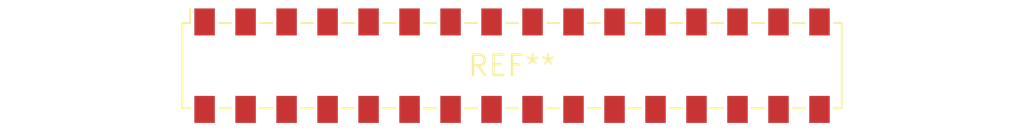
<source format=kicad_pcb>
(kicad_pcb (version 20240108) (generator pcbnew)
  (layers (0 "F.Cu" signal) (31 "B.Cu" signal) (34 "B.Paste" user) (35 "F.Paste" user) (36 "B.SilkS" user "B.Silkscreen") (37 "F.SilkS" user "F.Silkscreen") (38 "B.Mask" user) (39 "F.Mask" user) (44 "Edge.Cuts" user))
  (net 0 "")
  (footprint "Samtec_HLE-116-02-xxx-DV-BE-LC_2x16_P2.54mm_Horizontal" (layer "F.Cu") (at 0 0)
    (property "Reference" "REF**")
    (property "Value" "Samtec_HLE-116-02-xxx-DV-BE-LC_2x16_P2.54mm_Horizontal")
    (fp_line (start -20.43 -2.65) (end -20.43 2.65) (layer "F.SilkS") (stroke (width 0.12)))
    (fp_line (start -20.43 2.65) (end -19.945 2.65) (layer "F.SilkS") (stroke (width 0.12)))
    (fp_line (start -19.945 -3.56) (end -19.945 -2.65) (layer "F.SilkS") (stroke (width 0.12)))
    (fp_line (start -19.945 -2.65) (end -20.43 -2.65) (layer "F.SilkS") (stroke (width 0.12)))
    (fp_line (start -18.155 -2.65) (end -17.405 -2.65) (layer "F.SilkS") (stroke (width 0.12)))
    (fp_line (start -18.155 2.65) (end -17.405 2.65) (layer "F.SilkS") (stroke (width 0.12)))
    (fp_line (start -15.615 -2.65) (end -14.865 -2.65) (layer "F.SilkS") (stroke (width 0.12)))
    (fp_line (start -15.615 2.65) (end -14.865 2.65) (layer "F.SilkS") (stroke (width 0.12)))
    (fp_line (start -13.075 -2.65) (end -12.325 -2.65) (layer "F.SilkS") (stroke (width 0.12)))
    (fp_line (start -13.075 2.65) (end -12.325 2.65) (layer "F.SilkS") (stroke (width 0.12)))
    (fp_line (start -10.535 -2.65) (end -9.785 -2.65) (layer "F.SilkS") (stroke (width 0.12)))
    (fp_line (start -10.535 2.65) (end -9.785 2.65) (layer "F.SilkS") (stroke (width 0.12)))
    (fp_line (start -7.995 -2.65) (end -7.245 -2.65) (layer "F.SilkS") (stroke (width 0.12)))
    (fp_line (start -7.995 2.65) (end -7.245 2.65) (layer "F.SilkS") (stroke (width 0.12)))
    (fp_line (start -5.455 -2.65) (end -4.705 -2.65) (layer "F.SilkS") (stroke (width 0.12)))
    (fp_line (start -5.455 2.65) (end -4.705 2.65) (layer "F.SilkS") (stroke (width 0.12)))
    (fp_line (start -2.915 -2.65) (end -2.165 -2.65) (layer "F.SilkS") (stroke (width 0.12)))
    (fp_line (start -2.915 2.65) (end -2.165 2.65) (layer "F.SilkS") (stroke (width 0.12)))
    (fp_line (start -0.375 -2.65) (end 0.375 -2.65) (layer "F.SilkS") (stroke (width 0.12)))
    (fp_line (start -0.375 2.65) (end 0.375 2.65) (layer "F.SilkS") (stroke (width 0.12)))
    (fp_line (start 2.165 -2.65) (end 2.915 -2.65) (layer "F.SilkS") (stroke (width 0.12)))
    (fp_line (start 2.165 2.65) (end 2.915 2.65) (layer "F.SilkS") (stroke (width 0.12)))
    (fp_line (start 4.705 -2.65) (end 5.455 -2.65) (layer "F.SilkS") (stroke (width 0.12)))
    (fp_line (start 4.705 2.65) (end 5.455 2.65) (layer "F.SilkS") (stroke (width 0.12)))
    (fp_line (start 7.245 -2.65) (end 7.995 -2.65) (layer "F.SilkS") (stroke (width 0.12)))
    (fp_line (start 7.245 2.65) (end 7.995 2.65) (layer "F.SilkS") (stroke (width 0.12)))
    (fp_line (start 9.785 -2.65) (end 10.535 -2.65) (layer "F.SilkS") (stroke (width 0.12)))
    (fp_line (start 9.785 2.65) (end 10.535 2.65) (layer "F.SilkS") (stroke (width 0.12)))
    (fp_line (start 12.325 -2.65) (end 13.075 -2.65) (layer "F.SilkS") (stroke (width 0.12)))
    (fp_line (start 12.325 2.65) (end 13.075 2.65) (layer "F.SilkS") (stroke (width 0.12)))
    (fp_line (start 14.865 -2.65) (end 15.615 -2.65) (layer "F.SilkS") (stroke (width 0.12)))
    (fp_line (start 14.865 2.65) (end 15.615 2.65) (layer "F.SilkS") (stroke (width 0.12)))
    (fp_line (start 17.405 -2.65) (end 18.155 -2.65) (layer "F.SilkS") (stroke (width 0.12)))
    (fp_line (start 17.405 2.65) (end 18.155 2.65) (layer "F.SilkS") (stroke (width 0.12)))
    (fp_line (start 19.945 -2.65) (end 20.43 -2.65) (layer "F.SilkS") (stroke (width 0.12)))
    (fp_line (start 20.43 -2.65) (end 20.43 2.65) (layer "F.SilkS") (stroke (width 0.12)))
    (fp_line (start 20.43 2.65) (end 19.945 2.65) (layer "F.SilkS") (stroke (width 0.12)))
    (pad "" np_thru_hole circle (at -19.05 -1.27) (size 0.97 0.97) (drill 0.97) (layers *.Cu *.Mask))
    (pad "" np_thru_hole circle (at -19.05 1.27) (size 0.97 0.97) (drill 0.97) (layers *.Cu *.Mask))
    (pad "" np_thru_hole circle (at -17.78 0) (size 1.19 1.19) (drill 1.19) (layers *.Cu *.Mask))
    (pad "" np_thru_hole circle (at -16.51 -1.27) (size 0.97 0.97) (drill 0.97) (layers *.Cu *.Mask))
    (pad "" np_thru_hole circle (at -16.51 1.27) (size 0.97 0.97) (drill 0.97) (layers *.Cu *.Mask))
    (pad "" np_thru_hole circle (at -13.97 -1.27) (size 0.97 0.97) (drill 0.97) (layers *.Cu *.Mask))
    (pad "" np_thru_hole circle (at -13.97 1.27) (size 0.97 0.97) (drill 0.97) (layers *.Cu *.Mask))
    (pad "" np_thru_hole circle (at -11.43 -1.27) (size 0.97 0.97) (drill 0.97) (layers *.Cu *.Mask))
    (pad "" np_thru_hole circle (at -11.43 1.27) (size 0.97 0.97) (drill 0.97) (layers *.Cu *.Mask))
    (pad "" np_thru_hole circle (at -8.89 -1.27) (size 0.97 0.97) (drill 0.97) (layers *.Cu *.Mask))
    (pad "" np_thru_hole circle (at -8.89 1.27) (size 0.97 0.97) (drill 0.97) (layers *.Cu *.Mask))
    (pad "" np_thru_hole circle (at -6.35 -1.27) (size 0.97 0.97) (drill 0.97) (layers *.Cu *.Mask))
    (pad "" np_thru_hole circle (at -6.35 1.27) (size 0.97 0.97) (drill 0.97) (layers *.Cu *.Mask))
    (pad "" np_thru_hole circle (at -3.81 -1.27) (size 0.97 0.97) (drill 0.97) (layers *.Cu *.Mask))
    (pad "" np_thru_hole circle (at -3.81 1.27) (size 0.97 0.97) (drill 0.97) (layers *.Cu *.Mask))
    (pad "" np_thru_hole circle (at -1.27 -1.27) (size 0.97 0.97) (drill 0.97) (layers *.Cu *.Mask))
    (pad "" np_thru_hole circle (at -1.27 1.27) (size 0.97 0.97) (drill 0.97) (layers *.Cu *.Mask))
    (pad "" np_thru_hole circle (at 1.27 -1.27) (size 0.97 0.97) (drill 0.97) (layers *.Cu *.Mask))
    (pad "" np_thru_hole circle (at 1.27 1.27) (size 0.97 0.97) (drill 0.97) (layers *.Cu *.Mask))
    (pad "" np_thru_hole circle (at 3.81 -1.27) (size 0.97 0.97) (drill 0.97) (layers *.Cu *.Mask))
    (pad "" np_thru_hole circle (at 3.81 1.27) (size 0.97 0.97) (drill 0.97) (layers *.Cu *.Mask))
    (pad "" np_thru_hole circle (at 6.35 -1.27) (size 0.97 0.97) (drill 0.97) (layers *.Cu *.Mask))
    (pad "" np_thru_hole circle (at 6.35 1.27) (size 0.97 0.97) (drill 0.97) (layers *.Cu *.Mask))
    (pad "" np_thru_hole circle (at 8.89 -1.27) (size 0.97 0.97) (drill 0.97) (layers *.Cu *.Mask))
    (pad "" np_thru_hole circle (at 8.89 1.27) (size 0.97 0.97) (drill 0.97) (layers *.Cu *.Mask))
    (pad "" np_thru_hole circle (at 11.43 -1.27) (size 0.97 0.97) (drill 0.97) (layers *.Cu *.Mask))
    (pad "" np_thru_hole circle (at 11.43 1.27) (size 0.97 0.97) (drill 0.97) (layers *.Cu *.Mask))
    (pad "" np_thru_hole circle (at 13.97 -1.27) (size 0.97 0.97) (drill 0.97) (layers *.Cu *.Mask))
    (pad "" np_thru_hole circle (at 13.97 1.27) (size 0.97 0.97) (drill 0.97) (layers *.Cu *.Mask))
    (pad "" np_thru_hole circle (at 16.51 -1.27) (size 0.97 0.97) (drill 0.97) (layers *.Cu *.Mask))
    (pad "" np_thru_hole circle (at 16.51 1.27) (size 0.97 0.97) (drill 0.97) (layers *.Cu *.Mask))
    (pad "" np_thru_hole circle (at 17.78 0) (size 1.19 1.19) (drill 1.19) (layers *.Cu *.Mask))
    (pad "" np_thru_hole circle (at 19.05 -1.27) (size 0.97 0.97) (drill 0.97) (layers *.Cu *.Mask))
    (pad "" np_thru_hole circle (at 19.05 1.27) (size 0.97 0.97) (drill 0.97) (layers *.Cu *.Mask))
    (pad "1" smd rect (at -19.05 -2.72) (size 1.27 1.68) (layers "F.Cu" "F.Paste" "F.Mask"))
    (pad "2" smd rect (at -19.05 2.72) (size 1.27 1.68) (layers "F.Cu" "F.Paste" "F.Mask"))
    (pad "3" smd rect (at -16.51 -2.72) (size 1.27 1.68) (layers "F.Cu" "F.Paste" "F.Mask"))
    (pad "4" smd rect (at -16.51 2.72) (size 1.27 1.68) (layers "F.Cu" "F.Paste" "F.Mask"))
    (pad "5" smd rect (at -13.97 -2.72) (size 1.27 1.68) (layers "F.Cu" "F.Paste" "F.Mask"))
    (pad "6" smd rect (at -13.97 2.72) (size 1.27 1.68) (layers "F.Cu" "F.Paste" "F.Mask"))
    (pad "7" smd rect (at -11.43 -2.72) (size 1.27 1.68) (layers "F.Cu" "F.Paste" "F.Mask"))
    (pad "8" smd rect (at -11.43 2.72) (size 1.27 1.68) (layers "F.Cu" "F.Paste" "F.Mask"))
    (pad "9" smd rect (at -8.89 -2.72) (size 1.27 1.68) (layers "F.Cu" "F.Paste" "F.Mask"))
    (pad "10" smd rect (at -8.89 2.72) (size 1.27 1.68) (layers "F.Cu" "F.Paste" "F.Mask"))
    (pad "11" smd rect (at -6.35 -2.72) (size 1.27 1.68) (layers "F.Cu" "F.Paste" "F.Mask"))
    (pad "12" smd rect (at -6.35 2.72) (size 1.27 1.68) (layers "F.Cu" "F.Paste" "F.Mask"))
    (pad "13" smd rect (at -3.81 -2.72) (size 1.27 1.68) (layers "F.Cu" "F.Paste" "F.Mask"))
    (pad "14" smd rect (at -3.81 2.72) (size 1.27 1.68) (layers "F.Cu" "F.Paste" "F.Mask"))
    (pad "15" smd rect (at -1.27 -2.72) (size 1.27 1.68) (layers "F.Cu" "F.Paste" "F.Mask"))
    (pad "16" smd rect (at -1.27 2.72) (size 1.27 1.68) (layers "F.Cu" "F.Paste" "F.Mask"))
    (pad "17" smd rect (at 1.27 -2.72) (size 1.27 1.68) (layers "F.Cu" "F.Paste" "F.Mask"))
    (pad "18" smd rect (at 1.27 2.72) (size 1.27 1.68) (layers "F.Cu" "F.Paste" "F.Mask"))
    (pad "19" smd rect (at 3.81 -2.72) (size 1.27 1.68) (layers "F.Cu" "F.Paste" "F.Mask"))
    (pad "20" smd rect (at 3.81 2.72) (size 1.27 1.68) (layers "F.Cu" "F.Paste" "F.Mask"))
    (pad "21" smd rect (at 6.35 -2.72) (size 1.27 1.68) (layers "F.Cu" "F.Paste" "F.Mask"))
    (pad "22" smd rect (at 6.35 2.72) (size 1.27 1.68) (layers "F.Cu" "F.Paste" "F.Mask"))
    (pad "23" smd rect (at 8.89 -2.72) (size 1.27 1.68) (layers "F.Cu" "F.Paste" "F.Mask"))
    (pad "24" smd rect (at 8.89 2.72) (size 1.27 1.68) (layers "F.Cu" "F.Paste" "F.Mask"))
    (pad "25" smd rect (at 11.43 -2.72) (size 1.27 1.68) (layers "F.Cu" "F.Paste" "F.Mask"))
    (pad "26" smd rect (at 11.43 2.72) (size 1.27 1.68) (layers "F.Cu" "F.Paste" "F.Mask"))
    (pad "27" smd rect (at 13.97 -2.72) (size 1.27 1.68) (layers "F.Cu" "F.Paste" "F.Mask"))
    (pad "28" smd rect (at 13.97 2.72) (size 1.27 1.68) (layers "F.Cu" "F.Paste" "F.Mask"))
    (pad "29" smd rect (at 16.51 -2.72) (size 1.27 1.68) (layers "F.Cu" "F.Paste" "F.Mask"))
    (pad "30" smd rect (at 16.51 2.72) (size 1.27 1.68) (layers "F.Cu" "F.Paste" "F.Mask"))
    (pad "31" smd rect (at 19.05 -2.72) (size 1.27 1.68) (layers "F.Cu" "F.Paste" "F.Mask"))
    (pad "32" smd rect (at 19.05 2.72) (size 1.27 1.68) (layers "F.Cu" "F.Paste" "F.Mask"))
  )
)
</source>
